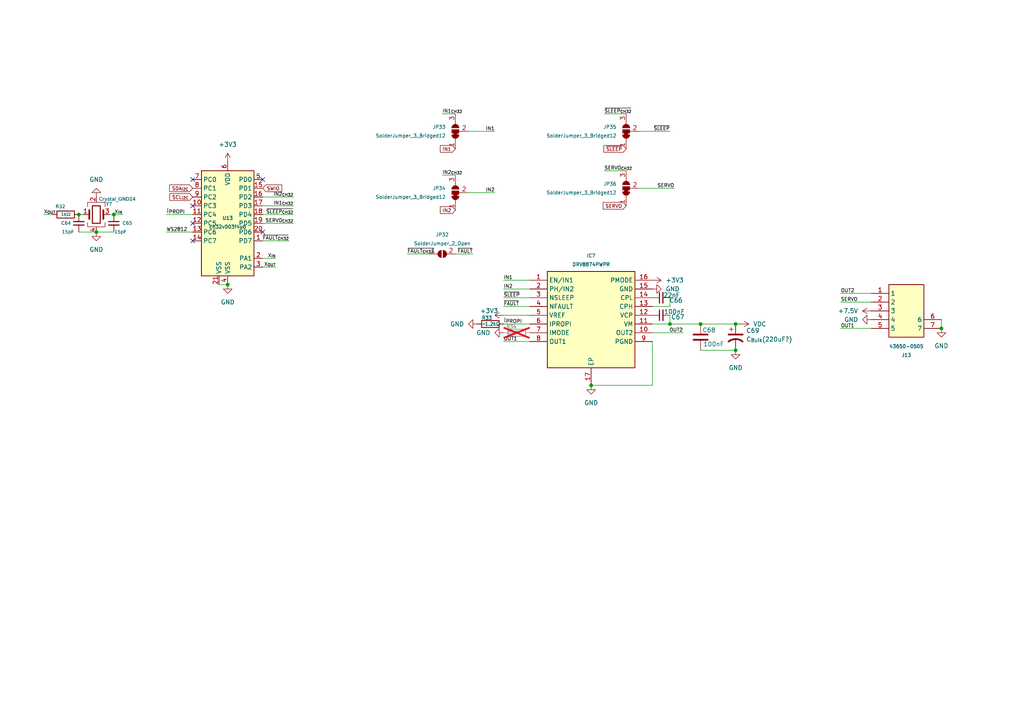
<source format=kicad_sch>
(kicad_sch (version 20231120) (generator "eeschema") (generator_version "8.0")
  (paper "A4")
  (lib_symbols
    (symbol "+3V3_1" (power) (pin_numbers hide) (pin_names (offset 0) hide)
      (property "Value" "+3V3" (at 0 3.556 0))
      (symbol "+3V3_1_0_1"
        (polyline (pts (xy -0.762 1.27) (xy 0 2.54)))
        (polyline (pts (xy 0 0) (xy 0 2.54)))
        (polyline (pts (xy 0 2.54) (xy 0.762 1.27)))
      )
      (symbol "+3V3_1_1_1"
        (pin power_in line (at 0 0 90) (length 0) (name "~") (number "1"))
      )
    )
    (symbol "+3V3_2" (power) (pin_numbers hide) (pin_names (offset 0) hide)
      (property "Value" "+3V3" (at 0 3.556 0))
      (symbol "+3V3_2_0_1"
        (polyline (pts (xy -0.762 1.27) (xy 0 2.54)))
        (polyline (pts (xy 0 0) (xy 0 2.54)))
        (polyline (pts (xy 0 2.54) (xy 0.762 1.27)))
      )
      (symbol "+3V3_2_1_1"
        (pin power_in line (at 0 0 90) (length 0) (name "~") (number "1"))
      )
    )
    (symbol "DRV8874PWPR:DRV8874PWPR"
      (property "Reference" "IC" (at 31.75 7.62 0))
      (property "Value" "DRV8874PWPR" (at 31.75 5.08 0))
      (symbol "DRV8874PWPR_1_1"
        (rectangle (start 5.08 2.54) (end 30.48 -25.4) (stroke (width 0.254)) (fill (type background)))
        (pin passive line (at 0 0 0) (length 5.08) (name "EN/IN1") (number "1"))
        (pin passive line (at 35.56 -15.24 180) (length 5.08) (name "OUT2") (number "10"))
        (pin passive line (at 35.56 -12.7 180) (length 5.08) (name "VM") (number "11"))
        (pin passive line (at 35.56 -10.16 180) (length 5.08) (name "VCP") (number "12"))
        (pin passive line (at 35.56 -7.62 180) (length 5.08) (name "CPH") (number "13"))
        (pin passive line (at 35.56 -5.08 180) (length 5.08) (name "CPL") (number "14"))
        (pin passive line (at 35.56 -2.54 180) (length 5.08) (name "GND") (number "15"))
        (pin passive line (at 35.56 0 180) (length 5.08) (name "PMODE") (number "16"))
        (pin passive line (at 17.78 -30.48 90) (length 5.08) (name "EP") (number "17"))
        (pin passive line (at 0 -2.54 0) (length 5.08) (name "PH/IN2") (number "2"))
        (pin passive line (at 0 -5.08 0) (length 5.08) (name "NSLEEP") (number "3"))
        (pin passive line (at 0 -7.62 0) (length 5.08) (name "NFAULT") (number "4"))
        (pin passive line (at 0 -10.16 0) (length 5.08) (name "VREF") (number "5"))
        (pin passive line (at 0 -12.7 0) (length 5.08) (name "IPROPI") (number "6"))
        (pin passive line (at 0 -15.24 0) (length 5.08) (name "IMODE") (number "7"))
        (pin passive line (at 0 -17.78 0) (length 5.08) (name "OUT1") (number "8"))
        (pin passive line (at 35.56 -17.78 180) (length 5.08) (name "PGND") (number "9"))
      )
    )
    (symbol "Device:C" (pin_numbers hide) (pin_names (offset 0.254))
      (property "Reference" "C" (at 0.635 2.54 0))
      (property "Value" "C" (at 0.635 -2.54 0))
      (symbol "C_0_1"
        (polyline (pts (xy -2.032 -0.762) (xy 2.032 -0.762)) (stroke (width 0.508)))
        (polyline (pts (xy -2.032 0.762) (xy 2.032 0.762)) (stroke (width 0.508)))
      )
      (symbol "C_1_1"
        (pin passive line (at 0 3.81 270) (length 2.794) (name "~") (number "1"))
        (pin passive line (at 0 -3.81 90) (length 2.794) (name "~") (number "2"))
      )
    )
    (symbol "Device:C_Polarized_US" (pin_numbers hide) (pin_names (offset 0.254) hide)
      (property "Reference" "C" (at 0.635 2.54 0))
      (property "Value" "C_Polarized_US" (at 0.635 -2.54 0))
      (symbol "C_Polarized_US_0_1"
        (polyline (pts (xy -2.032 0.762) (xy 2.032 0.762)) (stroke (width 0.508)))
        (polyline (pts (xy -1.778 2.286) (xy -0.762 2.286)))
        (polyline (pts (xy -1.27 1.778) (xy -1.27 2.794)))
        (arc (start 2.032 -1.27) (mid 0 -0.5572) (end -2.032 -1.27) (stroke (width 0.508)))
      )
      (symbol "C_Polarized_US_1_1"
        (pin passive line (at 0 3.81 270) (length 2.794) (name "~") (number "1"))
        (pin passive line (at 0 -3.81 90) (length 3.302) (name "~") (number "2"))
      )
    )
    (symbol "Device:C_Small" (pin_numbers hide) (pin_names (offset 0.254) hide)
      (property "Reference" "C" (at 0.254 1.778 0))
      (property "Value" "C_Small" (at 0.254 -2.032 0))
      (symbol "C_Small_0_1"
        (polyline (pts (xy -1.524 -0.508) (xy 1.524 -0.508)) (stroke (width 0.3302)))
        (polyline (pts (xy -1.524 0.508) (xy 1.524 0.508)) (stroke (width 0.3048)))
      )
      (symbol "C_Small_1_1"
        (pin passive line (at 0 2.54 270) (length 2.032) (name "~") (number "1"))
        (pin passive line (at 0 -2.54 90) (length 2.032) (name "~") (number "2"))
      )
    )
    (symbol "Device:Crystal_GND24" (pin_names (offset 1.016) hide)
      (property "Reference" "Y" (at 3.175 5.08 0))
      (property "Value" "Crystal_GND24" (at 3.175 3.175 0))
      (symbol "Crystal_GND24_0_1"
        (rectangle (start -1.143 2.54) (end 1.143 -2.54) (stroke (width 0.3048)))
        (polyline (pts (xy -2.54 0) (xy -2.032 0)))
        (polyline (pts (xy -2.032 -1.27) (xy -2.032 1.27)) (stroke (width 0.508)))
        (polyline (pts (xy 0 -3.81) (xy 0 -3.556)))
        (polyline (pts (xy 0 3.556) (xy 0 3.81)))
        (polyline (pts (xy 2.032 -1.27) (xy 2.032 1.27)) (stroke (width 0.508)))
        (polyline (pts (xy 2.032 0) (xy 2.54 0)))
        (polyline (pts (xy -2.54 -2.286) (xy -2.54 -3.556) (xy 2.54 -3.556) (xy 2.54 -2.286)))
        (polyline (pts (xy -2.54 2.286) (xy -2.54 3.556) (xy 2.54 3.556) (xy 2.54 2.286)))
      )
      (symbol "Crystal_GND24_1_1"
        (pin passive line (at -3.81 0 0) (length 1.27) (name "1") (number "1"))
        (pin passive line (at 0 5.08 270) (length 1.27) (name "2") (number "2"))
        (pin passive line (at 3.81 0 180) (length 1.27) (name "3") (number "3"))
        (pin passive line (at 0 -5.08 90) (length 1.27) (name "4") (number "4"))
      )
    )
    (symbol "Device:R" (pin_numbers hide) (pin_names (offset 0))
      (property "Reference" "R" (at 2.032 0 90))
      (property "Value" "R" (at 0 0 90))
      (symbol "R_0_1"
        (rectangle (start -1.016 -2.54) (end 1.016 2.54) (stroke (width 0.254)))
      )
      (symbol "R_1_1"
        (pin passive line (at 0 3.81 270) (length 1.27) (name "~") (number "1"))
        (pin passive line (at 0 -3.81 90) (length 1.27) (name "~") (number "2"))
      )
    )
    (symbol "GND_1" (power) (pin_numbers hide) (pin_names (offset 0) hide)
      (property "Value" "GND" (at 0 -3.81 0))
      (symbol "GND_1_0_1"
        (polyline (pts (xy 0 0) (xy 0 -1.27) (xy 1.27 -1.27) (xy 0 -2.54) (xy -1.27 -1.27) (xy 0 -1.27)))
      )
      (symbol "GND_1_1_1"
        (pin power_in line (at 0 0 270) (length 0) (name "~") (number "1"))
      )
    )
    (symbol "GND_2" (power) (pin_numbers hide) (pin_names (offset 0) hide)
      (property "Value" "GND" (at 0 -3.81 0))
      (symbol "GND_2_0_1"
        (polyline (pts (xy 0 0) (xy 0 -1.27) (xy 1.27 -1.27) (xy 0 -2.54) (xy -1.27 -1.27) (xy 0 -1.27)))
      )
      (symbol "GND_2_1_1"
        (pin power_in line (at 0 0 270) (length 0) (name "~") (number "1"))
      )
    )
    (symbol "GND_3" (power) (pin_numbers hide) (pin_names (offset 0) hide)
      (property "Value" "GND" (at 0 -3.81 0))
      (symbol "GND_3_0_1"
        (polyline (pts (xy 0 0) (xy 0 -1.27) (xy 1.27 -1.27) (xy 0 -2.54) (xy -1.27 -1.27) (xy 0 -1.27)))
      )
      (symbol "GND_3_1_1"
        (pin power_in line (at 0 0 270) (length 0) (name "~") (number "1"))
      )
    )
    (symbol "Jumper:SolderJumper_2_Open" (pin_names (offset 0) hide)
      (property "Reference" "JP" (at 0 2.032 0))
      (property "Value" "SolderJumper_2_Open" (at 0 -2.54 0))
      (symbol "SolderJumper_2_Open_0_1"
        (arc (start -0.254 1.016) (mid -1.2656 0) (end -0.254 -1.016))
        (arc (start -0.254 1.016) (mid -1.2656 0) (end -0.254 -1.016) (fill (type outline)))
        (polyline (pts (xy -0.254 1.016) (xy -0.254 -1.016)))
        (polyline (pts (xy 0.254 1.016) (xy 0.254 -1.016)))
        (arc (start 0.254 -1.016) (mid 1.2656 0) (end 0.254 1.016))
        (arc (start 0.254 -1.016) (mid 1.2656 0) (end 0.254 1.016) (fill (type outline)))
      )
      (symbol "SolderJumper_2_Open_1_1"
        (pin passive line (at -3.81 0 0) (length 2.54) (name "A") (number "1"))
        (pin passive line (at 3.81 0 180) (length 2.54) (name "B") (number "2"))
      )
    )
    (symbol "Jumper:SolderJumper_3_Bridged12" (pin_names (offset 0) hide)
      (property "Reference" "JP" (at -2.54 -2.54 0))
      (property "Value" "SolderJumper_3_Bridged12" (at 0 2.794 0))
      (symbol "SolderJumper_3_Bridged12_0_1"
        (rectangle (start -1.016 0.508) (end -0.508 -0.508) (fill (type outline)))
        (arc (start -1.016 1.016) (mid -2.0276 0) (end -1.016 -1.016))
        (arc (start -1.016 1.016) (mid -2.0276 0) (end -1.016 -1.016) (fill (type outline)))
        (rectangle (start -0.508 1.016) (end 0.508 -1.016) (fill (type outline)))
        (polyline (pts (xy -2.54 0) (xy -2.032 0)))
        (polyline (pts (xy -1.016 1.016) (xy -1.016 -1.016)))
        (polyline (pts (xy 0 -1.27) (xy 0 -1.016)))
        (polyline (pts (xy 1.016 1.016) (xy 1.016 -1.016)))
        (polyline (pts (xy 2.54 0) (xy 2.032 0)))
        (arc (start 1.016 -1.016) (mid 2.0276 0) (end 1.016 1.016))
        (arc (start 1.016 -1.016) (mid 2.0276 0) (end 1.016 1.016) (fill (type outline)))
      )
      (symbol "SolderJumper_3_Bridged12_1_1"
        (pin passive line (at -5.08 0 0) (length 2.54) (name "A") (number "1"))
        (pin passive line (at 0 -3.81 90) (length 2.54) (name "C") (number "2"))
        (pin passive line (at 5.08 0 180) (length 2.54) (name "B") (number "3"))
      )
    )
    (symbol "MCU_WCH_CH32V0:CH32V003FxUx"
      (property "Reference" "U10" (at 0 1.524 0))
      (property "Value" "ch32v003f4u6" (at 0 -1.016 0))
      (symbol "CH32V003FxUx_1_1"
        (rectangle (start -7.62 15.24) (end 7.62 -15.24) (stroke (width 0.254)) (fill (type background)))
        (pin bidirectional line (at 10.16 -5.08 180) (length 2.54) (name "PD7") (number "1"))
        (pin bidirectional line (at -10.16 5.08 0) (length 2.54) (name "PC3") (number "10"))
        (pin bidirectional line (at -10.16 2.54 0) (length 2.54) (name "PC4") (number "11"))
        (pin bidirectional line (at -10.16 0 0) (length 2.54) (name "PC5") (number "12"))
        (pin bidirectional line (at -10.16 -2.54 0) (length 2.54) (name "PC6") (number "13"))
        (pin bidirectional line (at -10.16 -5.08 0) (length 2.54) (name "PC7") (number "14"))
        (pin bidirectional line (at 10.16 10.16 180) (length 2.54) (name "PD1") (number "15"))
        (pin bidirectional line (at 10.16 7.62 180) (length 2.54) (name "PD2") (number "16"))
        (pin bidirectional line (at 10.16 5.08 180) (length 2.54) (name "PD3") (number "17"))
        (pin bidirectional line (at 10.16 2.54 180) (length 2.54) (name "PD4") (number "18"))
        (pin bidirectional line (at 10.16 0 180) (length 2.54) (name "PD5") (number "19"))
        (pin bidirectional line (at 10.16 -10.16 180) (length 2.54) (name "PA1") (number "2"))
        (pin bidirectional line (at 10.16 -2.54 180) (length 2.54) (name "PD6") (number "20"))
        (pin power_in line (at -2.54 -17.78 90) (length 2.54) (name "VSS") (number "21"))
        (pin bidirectional line (at 10.16 -12.7 180) (length 2.54) (name "PA2") (number "3"))
        (pin power_in line (at 0 -17.78 90) (length 2.54) (name "VSS") (number "4"))
        (pin bidirectional line (at 10.16 12.7 180) (length 2.54) (name "PD0") (number "5"))
        (pin power_in line (at 0 17.78 270) (length 2.54) (name "VDD") (number "6"))
        (pin bidirectional line (at -10.16 12.7 0) (length 2.54) (name "PC0") (number "7"))
        (pin bidirectional line (at -10.16 10.16 0) (length 2.54) (name "PC1") (number "8"))
        (pin bidirectional line (at -10.16 7.62 0) (length 2.54) (name "PC2") (number "9"))
      )
    )
    (symbol "MOLEX-MicroFit-5P:43650-0505"
      (property "Reference" "J" (at 16.51 7.62 0))
      (property "Value" "43650-0505" (at 16.51 5.08 0))
      (symbol "43650-0505_1_1"
        (rectangle (start 5.08 2.54) (end 15.24 -12.7) (stroke (width 0.254)) (fill (type background)))
        (pin passive line (at 20.32 -10.16 180) (length 5.08) (name "1") (number "1"))
        (pin passive line (at 20.32 -7.62 180) (length 5.08) (name "2") (number "2"))
        (pin passive line (at 20.32 -5.08 180) (length 5.08) (name "3") (number "3"))
        (pin passive line (at 20.32 -2.54 180) (length 5.08) (name "4") (number "4"))
        (pin passive line (at 20.32 0 180) (length 5.08) (name "5") (number "5"))
        (pin passive line (at 0 -2.54 0) (length 5.08) (name "6") (number "6"))
        (pin passive line (at 0 0 0) (length 5.08) (name "7") (number "7"))
      )
    )
    (symbol "power:+3V3" (power) (pin_numbers hide) (pin_names (offset 0) hide)
      (property "Value" "+3V3" (at 0 3.556 0))
      (symbol "+3V3_0_1"
        (polyline (pts (xy -0.762 1.27) (xy 0 2.54)))
        (polyline (pts (xy 0 0) (xy 0 2.54)))
        (polyline (pts (xy 0 2.54) (xy 0.762 1.27)))
      )
      (symbol "+3V3_1_1"
        (pin power_in line (at 0 0 90) (length 0) (name "~") (number "1"))
      )
    )
    (symbol "power:+7.5V" (power) (pin_numbers hide) (pin_names (offset 0) hide)
      (property "Value" "+7.5V" (at 0 3.556 0))
      (symbol "+7.5V_0_1"
        (polyline (pts (xy -0.762 1.27) (xy 0 2.54)))
        (polyline (pts (xy 0 0) (xy 0 2.54)))
        (polyline (pts (xy 0 2.54) (xy 0.762 1.27)))
      )
      (symbol "+7.5V_1_1"
        (pin power_in line (at 0 0 90) (length 0) (name "~") (number "1"))
      )
    )
    (symbol "power:GND" (power) (pin_numbers hide) (pin_names (offset 0) hide)
      (property "Value" "GND" (at 0 -3.81 0))
      (symbol "GND_0_1"
        (polyline (pts (xy 0 0) (xy 0 -1.27) (xy 1.27 -1.27) (xy 0 -2.54) (xy -1.27 -1.27) (xy 0 -1.27)))
      )
      (symbol "GND_1_1"
        (pin power_in line (at 0 0 270) (length 0) (name "~") (number "1"))
      )
    )
    (symbol "power:VDC" (power) (pin_numbers hide) (pin_names (offset 0) hide)
      (property "Value" "VDC" (at 0 3.556 0))
      (symbol "VDC_0_1"
        (polyline (pts (xy -0.762 1.27) (xy 0 2.54)))
        (polyline (pts (xy 0 0) (xy 0 2.54)))
        (polyline (pts (xy 0 2.54) (xy 0.762 1.27)))
      )
      (symbol "VDC_1_1"
        (pin power_in line (at 0 0 90) (length 0) (name "~") (number "1"))
      )
    )
  )
  (junction (at 171.45 111.76))
  (junction (at 22.86 62.23))
  (junction (at 27.94 67.31))
  (junction (at 213.36 101.6))
  (junction (at 194.31 93.98))
  (junction (at 33.02 62.23))
  (junction (at 213.36 93.98))
  (junction (at 66.04 82.55))
  (junction (at 273.05 95.25))
  (junction (at 203.2 93.98))
  (no_connect (at 76.2 67.31))
  (no_connect (at 76.2 52.07))
  (no_connect (at 55.88 59.69))
  (no_connect (at 55.88 69.85))
  (no_connect (at 55.88 52.07))
  (no_connect (at 55.88 64.77))
  (wire (pts (xy 194.31 86.36) (xy 194.31 88.9)))
  (wire (pts (xy 243.84 87.63) (xy 252.73 87.63)))
  (wire (pts (xy 146.05 99.06) (xy 153.67 99.06)))
  (wire (pts (xy 135.89 55.88) (xy 143.51 55.88)))
  (wire (pts (xy 185.42 54.61) (xy 195.58 54.61)))
  (wire (pts (xy 213.36 93.98) (xy 214.63 93.98)))
  (wire (pts (xy 146.05 88.9) (xy 153.67 88.9)))
  (wire (pts (xy 85.09 59.69) (xy 76.2 59.69)))
  (wire (pts (xy 22.86 62.23) (xy 24.13 62.23)))
  (wire (pts (xy 137.16 73.66) (xy 132.08 73.66)))
  (wire (pts (xy 135.89 38.1) (xy 143.51 38.1)))
  (wire (pts (xy 198.12 96.52) (xy 189.23 96.52)))
  (wire (pts (xy 153.67 86.36) (xy 146.05 86.36)))
  (wire (pts (xy 189.23 99.06) (xy 189.23 111.76)))
  (wire (pts (xy 189.23 111.76) (xy 171.45 111.76)))
  (wire (pts (xy 273.05 92.71) (xy 273.05 95.25)))
  (wire (pts (xy 22.86 67.31) (xy 27.94 67.31)))
  (wire (pts (xy 128.27 33.02) (xy 132.08 33.02)))
  (wire (pts (xy 203.2 101.6) (xy 213.36 101.6)))
  (wire (pts (xy 55.88 62.23) (xy 48.26 62.23)))
  (wire (pts (xy 85.09 57.15) (xy 76.2 57.15)))
  (wire (pts (xy 203.2 93.98) (xy 213.36 93.98)))
  (wire (pts (xy 55.88 67.31) (xy 48.26 67.31)))
  (wire (pts (xy 175.26 49.53) (xy 181.61 49.53)))
  (wire (pts (xy 185.42 38.1) (xy 194.31 38.1)))
  (wire (pts (xy 27.94 67.31) (xy 33.02 67.31)))
  (wire (pts (xy 31.75 62.23) (xy 33.02 62.23)))
  (wire (pts (xy 194.31 91.44) (xy 194.31 93.98)))
  (wire (pts (xy 63.5 82.55) (xy 66.04 82.55)))
  (wire (pts (xy 153.67 83.82) (xy 146.05 83.82)))
  (wire (pts (xy 243.84 95.25) (xy 252.73 95.25)))
  (wire (pts (xy 194.31 93.98) (xy 203.2 93.98)))
  (wire (pts (xy 243.84 85.09) (xy 252.73 85.09)))
  (wire (pts (xy 85.09 62.23) (xy 76.2 62.23)))
  (wire (pts (xy 146.05 91.44) (xy 153.67 91.44)))
  (wire (pts (xy 83.82 69.85) (xy 76.2 69.85)))
  (wire (pts (xy 80.01 77.47) (xy 76.2 77.47)))
  (wire (pts (xy 146.05 93.98) (xy 153.67 93.98)))
  (wire (pts (xy 118.11 73.66) (xy 124.46 73.66)))
  (wire (pts (xy 33.02 62.23) (xy 35.56 62.23)))
  (wire (pts (xy 153.67 81.28) (xy 146.05 81.28)))
  (wire (pts (xy 194.31 88.9) (xy 189.23 88.9)))
  (wire (pts (xy 85.09 64.77) (xy 76.2 64.77)))
  (wire (pts (xy 12.7 62.23) (xy 15.24 62.23)))
  (wire (pts (xy 189.23 93.98) (xy 194.31 93.98)))
  (wire (pts (xy 175.26 33.02) (xy 181.61 33.02)))
  (wire (pts (xy 76.2 74.93) (xy 80.01 74.93)))
  (wire (pts (xy 128.27 50.8) (xy 132.08 50.8)))
  (label "~{SLEEP_{CH32}}" (at 175.26 33.02 0) (effects (font (size 1 1))))
  (label "IN1" (at 146.05 81.28 0) (effects (font (size 1 1))))
  (label "X_{OUT}" (at 12.7 62.23 0) (effects (font (size 1 1))))
  (label "SERVO_{CH32}" (at 85.09 64.77 180) (effects (font (size 1 1))))
  (label "OUT2" (at 243.84 85.09 0) (effects (font (size 1 1))))
  (label "X_{IN}" (at 80.01 74.93 180) (effects (font (size 1 1))))
  (label "X_{OUT}" (at 80.01 77.47 180) (effects (font (size 1 1))))
  (label "IN2_{CH32}" (at 128.27 50.8 0) (effects (font (size 1 1))))
  (label "IN1_{CH32}" (at 85.09 59.69 180) (effects (font (size 1 1))))
  (label "~{FAULT}" (at 146.05 88.9 0) (effects (font (size 1 1))))
  (label "~{FAULT_{CH32}}" (at 118.11 73.66 0) (effects (font (size 1 1))))
  (label "IN2" (at 146.05 83.82 0) (effects (font (size 1 1))))
  (label "OUT1" (at 146.05 99.06 0) (effects (font (size 1 1))))
  (label "SERVO" (at 243.84 87.63 0) (effects (font (size 1 1))))
  (label "~{SLEEP}" (at 194.31 38.1 180) (effects (font (size 1 1))))
  (label "~{SLEEP_{CH32}}" (at 85.09 62.23 180) (effects (font (size 1 1))))
  (label "X_{IN}" (at 35.56 62.23 180) (effects (font (size 1 1))))
  (label "SERVO" (at 195.58 54.61 180) (effects (font (size 1 1))))
  (label "~{FAULT}" (at 137.16 73.66 180) (effects (font (size 1 1))))
  (label "IN2_{CH32}" (at 85.09 57.15 180) (effects (font (size 1 1))))
  (label "I_{PROPI}" (at 48.26 62.23 0))
  (label "~{SLEEP}" (at 146.05 86.36 0) (effects (font (size 1 1))))
  (label "IN2" (at 143.51 55.88 180) (effects (font (size 1 1))))
  (label "~{FAULT_{CH32}}" (at 83.82 69.85 180) (effects (font (size 1 1))))
  (label "OUT2" (at 198.12 96.52 180) (effects (font (size 1 1))))
  (label "IN1_{CH32}" (at 128.27 33.02 0) (effects (font (size 1 1))))
  (label "OUT1" (at 243.84 95.25 0) (effects (font (size 1 1))))
  (label "IN1" (at 143.51 38.1 180) (effects (font (size 1 1))))
  (label "SERVO_{CH32}" (at 175.26 49.53 0) (effects (font (size 1 1))))
  (label "WS2812" (at 48.26 67.31 0) (effects (font (size 1 1))))
  (label "I_{PROPI}" (at 146.05 93.98 0))
  (global_label "IN2_{${SHEETNAME}}" (shape input) (at 132.08 60.96 180) (effects (font (size 1 1))) (property "Intersheetrefs" "${INTERSHEET_REFS}" (effects (hide yes))))
  (global_label "SWIO_{${SHEETNAME}}" (shape input) (at 76.2 54.61 0) (effects (font (size 1 1))) (property "Intersheetrefs" "${INTERSHEET_REFS}" (effects (hide yes))))
  (global_label "~{SLEEP_{${SHEETNAME}}}" (shape input) (at 181.61 43.18 180) (effects (font (size 1 1))) (property "Intersheetrefs" "${INTERSHEET_REFS}" (effects (hide yes))))
  (global_label "IN1_{${SHEETNAME}}" (shape input) (at 132.08 43.18 180) (effects (font (size 1 1))) (property "Intersheetrefs" "${INTERSHEET_REFS}" (effects (hide yes))))
  (global_label "SDA_{I2C}" (shape input) (at 55.88 54.61 180) (effects (font (size 1 1))) (property "Intersheetrefs" "${INTERSHEET_REFS}" (effects (hide yes))))
  (global_label "SCL_{I2C}" (shape input) (at 55.88 57.15 180) (effects (font (size 1 1))) (property "Intersheetrefs" "${INTERSHEET_REFS}" (effects (hide yes))))
  (global_label "SERVO_{${SHEETNAME}}" (shape input) (at 181.61 59.69 180) (effects (font (size 1 1))) (property "Intersheetrefs" "${INTERSHEET_REFS}" (effects (hide yes))))
  (symbol (lib_id "Device:R") (at 149.86 96.52 90) (unit 1) (dnp yes)
    (property "Reference" "R34" (at 148.336 94.742 90) (effects (font (size 1 1))))
    (property "Value" "DNF" (at 148.844 96.52 90) (effects (font (size 1 1))))
    (property "Footprint" "Resistor_SMD:R_0603_1608Metric_Pad0.98x0.95mm_HandSolder" (effects (hide yes)))
    (instances (project "main_pcb" (path "" (reference "R34") (unit 1)) (path "" (reference "R19") (unit 1)) (path "" (reference "R28") (unit 1)) (path "" (reference "R31") (unit 1)) (path "" (reference "R25") (unit 1)) (path "" (reference "R22") (unit 1))))
  )
  (symbol (lib_id "Jumper:SolderJumper_3_Bridged12") (at 181.61 38.1 90) (unit 1)
    (property "Reference" "JP35" (at 178.816 36.8299 90) (effects (font (size 1 1)) (justify left)))
    (property "Value" "SolderJumper_3_Bridged12" (at 178.816 39.3699 90) (effects (font (size 1 1)) (justify left)))
    (property "Footprint" "Jumper:SolderJumper-3_P1.3mm_Bridged12_RoundedPad1.0x1.5mm" (effects (hide yes)))
    (instances (project "main_pcb" (path "" (reference "JP35") (unit 1)) (path "" (reference "JP10") (unit 1)) (path "" (reference "JP25") (unit 1)) (path "" (reference "JP30") (unit 1)) (path "" (reference "JP20") (unit 1)) (path "" (reference "JP15") (unit 1))))
  )
  (symbol (lib_name "GND_1") (lib_id "power:GND") (at 252.73 92.71 270) (unit 1)
    (property "Reference" "#PWR0125" (effects (hide yes)))
    (property "Value" "GND" (at 248.92 92.7099 90) (effects (justify right)))
    (property "Description" "Power symbol creates a global label with name \"GND\" , ground" (effects (hide yes)))
    (instances (project "main_pcb" (path "" (reference "#PWR0125") (unit 1)) (path "" (reference "#PWR093") (unit 1)) (path "" (reference "#PWR0109") (unit 1)) (path "" (reference "#PWR0110") (unit 1)) (path "" (reference "#PWR095") (unit 1)) (path "" (reference "#PWR094") (unit 1))))
  )
  (symbol (lib_id "Device:C_Small") (at 22.86 64.77 180) (unit 1)
    (property "Reference" "C64" (at 17.78 64.77 0) (effects (font (size 1 1)) (justify right)))
    (property "Value" "15pF" (at 17.78 67.31 0) (effects (font (size 1 1)) (justify right)))
    (property "Footprint" "Capacitor_SMD:C_0603_1608Metric_Pad1.08x0.95mm_HandSolder" (effects (hide yes)))
    (property "LCSC" "C107037" (effects (hide yes)))
    (instances (project "main_pcb" (path "" (reference "C64") (unit 1)) (path "" (reference "C34") (unit 1)) (path "" (reference "C52") (unit 1)) (path "" (reference "C58") (unit 1)) (path "" (reference "C46") (unit 1)) (path "" (reference "C40") (unit 1))))
  )
  (symbol (lib_id "MCU_WCH_CH32V0:CH32V003FxUx") (at 66.04 64.77 0) (unit 1)
    (property "Reference" "U13" (at 66.04 63.246 0) (effects (font (size 1 1))))
    (property "Value" "ch32v003f4u6" (at 66.04 65.786 0) (effects (font (size 1 1))))
    (property "Footprint" "Package_DFN_QFN:QFN-20-1EP_3x3mm_P0.4mm_EP1.65x1.65mm" (effects (hide yes)))
    (property "Datasheet" "https://www.wch-ic.com/products/CH32V003.html" (effects (hide yes)))
    (property "Description" "CH32V003 series are industrial-grade general-purpose microcontrollers designed based on 32-bit RISC-V instruction set and architecture. It adopts QingKe V2A core, RV32EC instruction set, and supports 2 levels of interrupt nesting. The series are mounted with rich peripheral interfaces and function modules. Its internal organizational structure meets the low-cost and low-power embedded application scenarios." (effects (hide yes)))
    (property "LCSC" "C5299908" (effects (hide yes)))
    (instances (project "main_pcb" (path "" (reference "U13") (unit 1)) (path "" (reference "U8") (unit 1)) (path "" (reference "U11") (unit 1)) (path "" (reference "U12") (unit 1)) (path "" (reference "U10") (unit 1)) (path "" (reference "U9") (unit 1))))
  )
  (symbol (lib_id "Device:C") (at 203.2 97.79 0) (unit 1)
    (property "Reference" "C68" (at 203.708 95.758 0) (effects (justify left)))
    (property "Value" "100nF" (at 203.962 99.822 0) (effects (justify left)))
    (property "Footprint" "Capacitor_SMD:C_0402_1005Metric_Pad0.74x0.62mm_HandSolder" (effects (hide yes)))
    (property "LCSC" "C1525" (effects (hide yes)))
    (instances (project "main_pcb" (path "" (reference "C68") (unit 1)) (path "" (reference "C38") (unit 1)) (path "" (reference "C56") (unit 1)) (path "" (reference "C62") (unit 1)) (path "" (reference "C50") (unit 1)) (path "" (reference "C44") (unit 1))))
  )
  (symbol (lib_id "Device:Crystal_GND24") (at 27.94 62.23 0) (unit 1)
    (property "Reference" "Y7" (at 31.623 59.182 0) (effects (font (size 1 1))))
    (property "Value" "Crystal_GND24" (at 34.036 57.785 0) (effects (font (size 1 1))))
    (property "Footprint" "Crystal:Crystal_SMD_3225-4Pin_3.2x2.5mm" (effects (hide yes)))
    (property "LCSC" "C7424717" (effects (hide yes)))
    (instances (project "main_pcb" (path "" (reference "Y7") (unit 1)) (path "" (reference "Y2") (unit 1)) (path "" (reference "Y5") (unit 1)) (path "" (reference "Y6") (unit 1)) (path "" (reference "Y4") (unit 1)) (path "" (reference "Y3") (unit 1))))
  )
  (symbol (lib_id "power:GND") (at 171.45 111.76 0) (unit 1)
    (property "Reference" "#PWR0181" (effects (hide yes)))
    (property "Value" "GND" (at 171.45 116.84 0))
    (property "Description" "Power symbol creates a global label with name \"GND\" , ground" (effects (hide yes)))
    (instances (project "main_pcb" (path "" (reference "#PWR0181") (unit 1)) (path "" (reference "#PWR0104") (unit 1)) (path "" (reference "#PWR0152") (unit 1)) (path "" (reference "#PWR0168") (unit 1)) (path "" (reference "#PWR0136") (unit 1)) (path "" (reference "#PWR0120") (unit 1))))
  )
  (symbol (lib_id "power:GND") (at 138.43 93.98 270) (unit 1)
    (property "Reference" "#PWR0178" (effects (hide yes)))
    (property "Value" "GND" (at 134.62 93.9799 90) (effects (justify right)))
    (property "Description" "Power symbol creates a global label with name \"GND\" , ground" (effects (hide yes)))
    (instances (project "main_pcb" (path "" (reference "#PWR0178") (unit 1)) (path "" (reference "#PWR0101") (unit 1)) (path "" (reference "#PWR0149") (unit 1)) (path "" (reference "#PWR0165") (unit 1)) (path "" (reference "#PWR0133") (unit 1)) (path "" (reference "#PWR0117") (unit 1))))
  )
  (symbol (lib_id "power:GND") (at 189.23 83.82 90) (unit 1)
    (property "Reference" "#PWR0182" (effects (hide yes)))
    (property "Value" "GND" (at 193.04 83.8199 90) (effects (justify right)))
    (property "Description" "Power symbol creates a global label with name \"GND\" , ground" (effects (hide yes)))
    (instances (project "main_pcb" (path "" (reference "#PWR0182") (unit 1)) (path "" (reference "#PWR0106") (unit 1)) (path "" (reference "#PWR0154") (unit 1)) (path "" (reference "#PWR0170") (unit 1)) (path "" (reference "#PWR0138") (unit 1)) (path "" (reference "#PWR0122") (unit 1))))
  )
  (symbol (lib_id "Jumper:SolderJumper_3_Bridged12") (at 132.08 55.88 90) (unit 1)
    (property "Reference" "JP34" (at 129.286 54.6099 90) (effects (font (size 1 1)) (justify left)))
    (property "Value" "SolderJumper_3_Bridged12" (at 129.286 57.1499 90) (effects (font (size 1 1)) (justify left)))
    (property "Footprint" "Jumper:SolderJumper-3_P1.3mm_Bridged12_RoundedPad1.0x1.5mm" (effects (hide yes)))
    (instances (project "main_pcb" (path "" (reference "JP34") (unit 1)) (path "" (reference "JP9") (unit 1)) (path "" (reference "JP24") (unit 1)) (path "" (reference "JP29") (unit 1)) (path "" (reference "JP19") (unit 1)) (path "" (reference "JP14") (unit 1))))
  )
  (symbol (lib_name "+3V3_1") (lib_id "power:+3V3") (at 66.04 46.99 0) (unit 1)
    (property "Reference" "#PWR0174" (effects (hide yes)))
    (property "Value" "+3V3" (at 66.04 41.91 0))
    (property "Description" "Power symbol creates a global label with name \"+3V3\"" (effects (hide yes)))
    (instances (project "main_pcb" (path "" (reference "#PWR0174") (unit 1)) (path "" (reference "#PWR0100") (unit 1)) (path "" (reference "#PWR0148") (unit 1)) (path "" (reference "#PWR0164") (unit 1)) (path "" (reference "#PWR0132") (unit 1)) (path "" (reference "#PWR0116") (unit 1))))
  )
  (symbol (lib_name "GND_3") (lib_id "power:GND") (at 27.94 57.15 180) (unit 1)
    (property "Reference" "#PWR0160" (effects (hide yes)))
    (property "Value" "GND" (at 27.94 52.07 0))
    (property "Description" "Power symbol creates a global label with name \"GND\" , ground" (effects (hide yes)))
    (instances (project "main_pcb" (path "" (reference "#PWR0160") (unit 1)) (path "" (reference "#PWR096") (unit 1)) (path "" (reference "#PWR0144") (unit 1)) (path "" (reference "#PWR0159") (unit 1)) (path "" (reference "#PWR0128") (unit 1)) (path "" (reference "#PWR0112") (unit 1))))
  )
  (symbol (lib_id "power:GND") (at 146.05 96.52 270) (unit 1)
    (property "Reference" "#PWR0177" (effects (hide yes)))
    (property "Value" "GND" (at 142.24 96.5199 90) (effects (justify right)))
    (property "Description" "Power symbol creates a global label with name \"GND\" , ground" (effects (hide yes)))
    (instances (project "main_pcb" (path "" (reference "#PWR0177") (unit 1)) (path "" (reference "#PWR0103") (unit 1)) (path "" (reference "#PWR0151") (unit 1)) (path "" (reference "#PWR0167") (unit 1)) (path "" (reference "#PWR0135") (unit 1)) (path "" (reference "#PWR0119") (unit 1))))
  )
  (symbol (lib_id "power:GND") (at 27.94 67.31 0) (unit 1)
    (property "Reference" "#PWR0172" (effects (hide yes)))
    (property "Value" "GND" (at 27.94 72.39 0))
    (property "Description" "Power symbol creates a global label with name \"GND\" , ground" (effects (hide yes)))
    (instances (project "main_pcb" (path "" (reference "#PWR0172") (unit 1)) (path "" (reference "#PWR097") (unit 1)) (path "" (reference "#PWR0145") (unit 1)) (path "" (reference "#PWR0161") (unit 1)) (path "" (reference "#PWR0129") (unit 1)) (path "" (reference "#PWR0113") (unit 1))))
  )
  (symbol (lib_id "Device:C_Small") (at 191.77 86.36 90) (unit 1)
    (property "Reference" "C66" (at 196.088 87.122 90))
    (property "Value" "22nF" (at 194.818 85.598 90))
    (property "Footprint" "Capacitor_SMD:C_0603_1608Metric_Pad1.08x0.95mm_HandSolder" (effects (hide yes)))
    (property "LCSC" "C77571" (effects (hide yes)))
    (instances (project "main_pcb" (path "" (reference "C66") (unit 1)) (path "" (reference "C36") (unit 1)) (path "" (reference "C54") (unit 1)) (path "" (reference "C60") (unit 1)) (path "" (reference "C48") (unit 1)) (path "" (reference "C42") (unit 1))))
  )
  (symbol (lib_id "Device:R") (at 19.05 62.23 90) (unit 1)
    (property "Reference" "R32" (at 17.526 59.944 90) (effects (font (size 1 1))))
    (property "Value" "1kΩ" (at 19.05 62.23 90) (effects (font (size 1 1))))
    (property "Footprint" "Resistor_SMD:R_0603_1608Metric_Pad0.98x0.95mm_HandSolder" (effects (hide yes)))
    (property "LCSC" "C22548" (effects (hide yes)))
    (instances (project "main_pcb" (path "" (reference "R32") (unit 1)) (path "" (reference "R17") (unit 1)) (path "" (reference "R26") (unit 1)) (path "" (reference "R29") (unit 1)) (path "" (reference "R23") (unit 1)) (path "" (reference "R20") (unit 1))))
  )
  (symbol (lib_id "power:GND") (at 66.04 82.55 0) (unit 1)
    (property "Reference" "#PWR0176" (effects (hide yes)))
    (property "Value" "GND" (at 66.04 87.63 0))
    (property "Description" "Power symbol creates a global label with name \"GND\" , ground" (effects (hide yes)))
    (instances (project "main_pcb" (path "" (reference "#PWR0176") (unit 1)) (path "" (reference "#PWR098") (unit 1)) (path "" (reference "#PWR0146") (unit 1)) (path "" (reference "#PWR0162") (unit 1)) (path "" (reference "#PWR0130") (unit 1)) (path "" (reference "#PWR0114") (unit 1))))
  )
  (symbol (lib_id "Device:C_Small") (at 191.77 91.44 90) (unit 1)
    (property "Reference" "C67" (at 196.596 91.948 90))
    (property "Value" "100nF" (at 195.58 90.424 90))
    (property "Footprint" "Capacitor_SMD:C_0402_1005Metric_Pad0.74x0.62mm_HandSolder" (effects (hide yes)))
    (property "LCSC" "C1525" (effects (hide yes)))
    (instances (project "main_pcb" (path "" (reference "C67") (unit 1)) (path "" (reference "C37") (unit 1)) (path "" (reference "C55") (unit 1)) (path "" (reference "C61") (unit 1)) (path "" (reference "C49") (unit 1)) (path "" (reference "C43") (unit 1))))
  )
  (symbol (lib_id "power:+3V3") (at 189.23 81.28 270) (unit 1)
    (property "Reference" "#PWR0180" (effects (hide yes)))
    (property "Value" "+3V3" (at 193.04 81.2799 90) (effects (justify left)))
    (property "Description" "Power symbol creates a global label with name \"+3V3\"" (effects (hide yes)))
    (instances (project "main_pcb" (path "" (reference "#PWR0180") (unit 1)) (path "" (reference "#PWR0105") (unit 1)) (path "" (reference "#PWR0153") (unit 1)) (path "" (reference "#PWR0169") (unit 1)) (path "" (reference "#PWR0137") (unit 1)) (path "" (reference "#PWR0121") (unit 1))))
  )
  (symbol (lib_id "power:GND") (at 213.36 101.6 0) (unit 1)
    (property "Reference" "#PWR0173" (effects (hide yes)))
    (property "Value" "GND" (at 213.36 106.68 0))
    (property "Description" "Power symbol creates a global label with name \"GND\" , ground" (effects (hide yes)))
    (instances (project "main_pcb" (path "" (reference "#PWR0173") (unit 1)) (path "" (reference "#PWR0107") (unit 1)) (path "" (reference "#PWR0155") (unit 1)) (path "" (reference "#PWR0171") (unit 1)) (path "" (reference "#PWR0139") (unit 1)) (path "" (reference "#PWR0123") (unit 1))))
  )
  (symbol (lib_id "Jumper:SolderJumper_3_Bridged12") (at 132.08 38.1 90) (unit 1)
    (property "Reference" "JP33" (at 129.286 36.8299 90) (effects (font (size 1 1)) (justify left)))
    (property "Value" "SolderJumper_3_Bridged12" (at 129.286 39.3699 90) (effects (font (size 1 1)) (justify left)))
    (property "Footprint" "Jumper:SolderJumper-3_P1.3mm_Bridged12_RoundedPad1.0x1.5mm" (effects (hide yes)))
    (instances (project "main_pcb" (path "" (reference "JP33") (unit 1)) (path "" (reference "JP5") (unit 1)) (path "" (reference "JP23") (unit 1)) (path "" (reference "JP28") (unit 1)) (path "" (reference "JP18") (unit 1)) (path "" (reference "JP13") (unit 1))))
  )
  (symbol (lib_id "Device:R") (at 142.24 93.98 90) (unit 1)
    (property "Reference" "R33" (at 141.224 92.202 90) (effects (font (size 1 1))))
    (property "Value" "~1.2kΩ" (at 142.494 93.98 90) (effects (font (size 1 1))))
    (property "Footprint" "Resistor_SMD:R_0603_1608Metric_Pad0.98x0.95mm_HandSolder" (effects (hide yes)))
    (property "LCSC" "C22765" (effects (hide yes)))
    (instances (project "main_pcb" (path "" (reference "R33") (unit 1)) (path "" (reference "R18") (unit 1)) (path "" (reference "R27") (unit 1)) (path "" (reference "R30") (unit 1)) (path "" (reference "R24") (unit 1)) (path "" (reference "R21") (unit 1))))
  )
  (symbol (lib_id "Device:C_Polarized_US") (at 213.36 97.79 0) (unit 1)
    (property "Reference" "C69" (at 216.408 95.8849 0) (effects (justify left)))
    (property "Value" "C_{Bulk}(220uF?)" (at 216.408 98.4249 0) (effects (justify left)))
    (property "Footprint" "Capacitor_SMD:CP_Elec_6.3x5.4" (effects (hide yes)))
    (property "LCSC" "C2977551" (effects (hide yes)))
    (instances (project "main_pcb" (path "" (reference "C69") (unit 1)) (path "" (reference "C39") (unit 1)) (path "" (reference "C57") (unit 1)) (path "" (reference "C63") (unit 1)) (path "" (reference "C51") (unit 1)) (path "" (reference "C45") (unit 1))))
  )
  (symbol (lib_id "DRV8874PWPR:DRV8874PWPR") (at 153.67 81.28 0) (unit 1)
    (property "Reference" "IC7" (at 171.45 74.168 0) (effects (font (size 1 1))))
    (property "Value" "DRV8874PWPR" (at 171.45 76.708 0) (effects (font (size 1 1))))
    (property "Footprint" "DRV8874PWPR:SOP65P640X120-17N" (effects (hide yes)))
    (property "Datasheet" "https://www.ti.com/lit/gpn/DRV8874" (effects (hide yes)))
    (property "Height" "1.2" (effects (hide yes)))
    (property "Mouser Part Number" "595-DRV8874PWPR" (effects (hide yes)))
    (property "Mouser Price/Stock" "https://www.mouser.co.uk/ProductDetail/Texas-Instruments/DRV8874PWPR?qs=mAH9sUMRCtvh%2FSU15ywmDA%3D%3D" (effects (hide yes)))
    (property "Manufacturer_Name" "Texas Instruments" (effects (hide yes)))
    (property "Manufacturer_Part_Number" "DRV8874PWPR" (effects (hide yes)))
    (property "LCSC" "C1855818" (effects (hide yes)))
    (instances (project "main_pcb" (path "" (reference "IC7") (unit 1)) (path "" (reference "IC2") (unit 1)) (path "" (reference "IC5") (unit 1)) (path "" (reference "IC6") (unit 1)) (path "" (reference "IC4") (unit 1)) (path "" (reference "IC3") (unit 1))))
  )
  (symbol (lib_id "Jumper:SolderJumper_2_Open") (at 128.27 73.66 0) (unit 1)
    (property "Reference" "JP32" (at 128.27 68.072 0) (effects (font (size 1 1))))
    (property "Value" "SolderJumper_2_Open" (at 128.27 70.612 0) (effects (font (size 1 1))))
    (property "Footprint" "Jumper:SolderJumper-2_P1.3mm_Open_RoundedPad1.0x1.5mm" (effects (hide yes)))
    (instances (project "main_pcb" (path "" (reference "JP32") (unit 1)) (path "" (reference "JP4") (unit 1)) (path "" (reference "JP22") (unit 1)) (path "" (reference "JP27") (unit 1)) (path "" (reference "JP17") (unit 1)) (path "" (reference "JP12") (unit 1))))
  )
  (symbol (lib_id "MOLEX-MicroFit-5P:43650-0505") (at 273.05 95.25 180) (unit 1)
    (property "Reference" "J13" (at 262.89 102.997 0) (effects (font (size 1 1))))
    (property "Value" "43650-0505" (at 262.89 100.457 0) (effects (font (size 1 1))))
    (property "Footprint" "43650-0505:43650-05YY_03040559" (effects (hide yes)))
    (property "Datasheet" "https://www.molex.com/pdm_docs/sd/436500203_sd.pdf" (effects (hide yes)))
    (property "Height" "5.57" (effects (hide yes)))
    (property "Mouser Part Number" "538-43650-0505" (effects (hide yes)))
    (property "Mouser Price/Stock" "https://www.mouser.co.uk/ProductDetail/Molex/43650-0505?qs=zhePCb1yaFMqRr70zh77ag%3D%3D" (effects (hide yes)))
    (property "Manufacturer_Name" "Molex" (effects (hide yes)))
    (property "Manufacturer_Part_Number" "43650-0505" (effects (hide yes)))
    (instances (project "main_pcb" (path "" (reference "J13") (unit 1)) (path "" (reference "J8") (unit 1)) (path "" (reference "J11") (unit 1)) (path "" (reference "J12") (unit 1)) (path "" (reference "J10") (unit 1)) (path "" (reference "J9") (unit 1))))
  )
  (symbol (lib_name "+3V3_2") (lib_id "power:+3V3") (at 146.05 91.44 90) (unit 1)
    (property "Reference" "#PWR0179" (effects (hide yes)))
    (property "Value" "+3V3" (at 144.526 90.1699 90) (effects (justify left)))
    (property "Description" "Power symbol creates a global label with name \"+3V3\"" (effects (hide yes)))
    (instances (project "main_pcb" (path "" (reference "#PWR0179") (unit 1)) (path "" (reference "#PWR0102") (unit 1)) (path "" (reference "#PWR0150") (unit 1)) (path "" (reference "#PWR0166") (unit 1)) (path "" (reference "#PWR0134") (unit 1)) (path "" (reference "#PWR0118") (unit 1))))
  )
  (symbol (lib_id "Jumper:SolderJumper_3_Bridged12") (at 181.61 54.61 90) (unit 1)
    (property "Reference" "JP36" (at 178.816 53.3399 90) (effects (font (size 1 1)) (justify left)))
    (property "Value" "SolderJumper_3_Bridged12" (at 178.816 55.8799 90) (effects (font (size 1 1)) (justify left)))
    (property "Footprint" "Jumper:SolderJumper-3_P1.3mm_Bridged12_RoundedPad1.0x1.5mm" (effects (hide yes)))
    (instances (project "main_pcb" (path "" (reference "JP36") (unit 1)) (path "" (reference "JP11") (unit 1)) (path "" (reference "JP26") (unit 1)) (path "" (reference "JP31") (unit 1)) (path "" (reference "JP21") (unit 1)) (path "" (reference "JP16") (unit 1))))
  )
  (symbol (lib_id "power:VDC") (at 214.63 93.98 270) (unit 1)
    (property "Reference" "#PWR0158" (effects (hide yes)))
    (property "Value" "VDC" (at 218.44 93.9799 90) (effects (justify left)))
    (property "Description" "Power symbol creates a global label with name \"VDC\"" (effects (hide yes)))
    (instances (project "main_pcb" (path "" (reference "#PWR0158") (unit 1)) (path "" (reference "#PWR0108") (unit 1)) (path "" (reference "#PWR0156") (unit 1)) (path "" (reference "#PWR0157") (unit 1)) (path "" (reference "#PWR0140") (unit 1)) (path "" (reference "#PWR0124") (unit 1))))
  )
  (symbol (lib_id "Device:C_Small") (at 33.02 64.77 0) (unit 1)
    (property "Reference" "C65" (at 35.56 64.77 0) (effects (font (size 1 1)) (justify left)))
    (property "Value" "15pF" (at 33.02 67.31 0) (effects (font (size 1 1)) (justify left)))
    (property "Footprint" "Capacitor_SMD:C_0603_1608Metric_Pad1.08x0.95mm_HandSolder" (effects (hide yes)))
    (property "LCSC" "C107037" (effects (hide yes)))
    (instances (project "main_pcb" (path "" (reference "C65") (unit 1)) (path "" (reference "C35") (unit 1)) (path "" (reference "C53") (unit 1)) (path "" (reference "C59") (unit 1)) (path "" (reference "C47") (unit 1)) (path "" (reference "C41") (unit 1))))
  )
  (symbol (lib_name "GND_2") (lib_id "power:GND") (at 273.05 95.25 0) (unit 1)
    (property "Reference" "#PWR0143" (effects (hide yes)))
    (property "Value" "GND" (at 273.05 100.33 0))
    (property "Description" "Power symbol creates a global label with name \"GND\" , ground" (effects (hide yes)))
    (instances (project "main_pcb" (path "" (reference "#PWR0143") (unit 1)) (path "" (reference "#PWR0111") (unit 1)) (path "" (reference "#PWR0141") (unit 1)) (path "" (reference "#PWR0142") (unit 1)) (path "" (reference "#PWR0127") (unit 1)) (path "" (reference "#PWR0126") (unit 1))))
  )
  (symbol (lib_id "power:+7.5V") (at 252.73 90.17 90) (unit 1)
    (property "Reference" "#PWR092" (effects (hide yes)))
    (property "Value" "+7.5V" (at 248.92 90.1699 90) (effects (justify left)))
    (property "Description" "Power symbol creates a global label with name \"+7.5V\"" (effects (hide yes)))
    (instances (project "main_pcb" (path "" (reference "#PWR092") (unit 1)) (path "" (reference "#PWR087") (unit 1)) (path "" (reference "#PWR090") (unit 1)) (path "" (reference "#PWR091") (unit 1)) (path "" (reference "#PWR089") (unit 1)) (path "" (reference "#PWR088") (unit 1))))
  )
)
</source>
